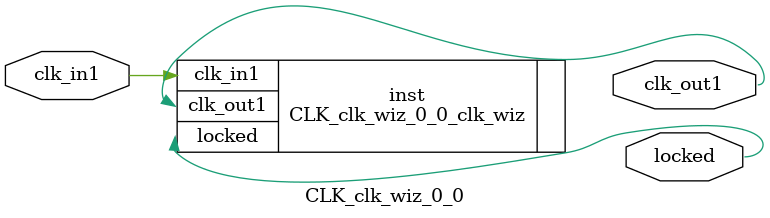
<source format=v>


`timescale 1ps/1ps

(* CORE_GENERATION_INFO = "CLK_clk_wiz_0_0,clk_wiz_v6_0_2_0_0,{component_name=CLK_clk_wiz_0_0,use_phase_alignment=true,use_min_o_jitter=false,use_max_i_jitter=false,use_dyn_phase_shift=false,use_inclk_switchover=false,use_dyn_reconfig=false,enable_axi=0,feedback_source=FDBK_AUTO,PRIMITIVE=PLL,num_out_clk=1,clkin1_period=10.000,clkin2_period=10.000,use_power_down=false,use_reset=false,use_locked=true,use_inclk_stopped=false,feedback_type=SINGLE,CLOCK_MGR_TYPE=NA,manual_override=false}" *)

module CLK_clk_wiz_0_0 
 (
  // Clock out ports
  output        clk_out1,
  // Status and control signals
  output        locked,
 // Clock in ports
  input         clk_in1
 );

  CLK_clk_wiz_0_0_clk_wiz inst
  (
  // Clock out ports  
  .clk_out1(clk_out1),
  // Status and control signals               
  .locked(locked),
 // Clock in ports
  .clk_in1(clk_in1)
  );

endmodule

</source>
